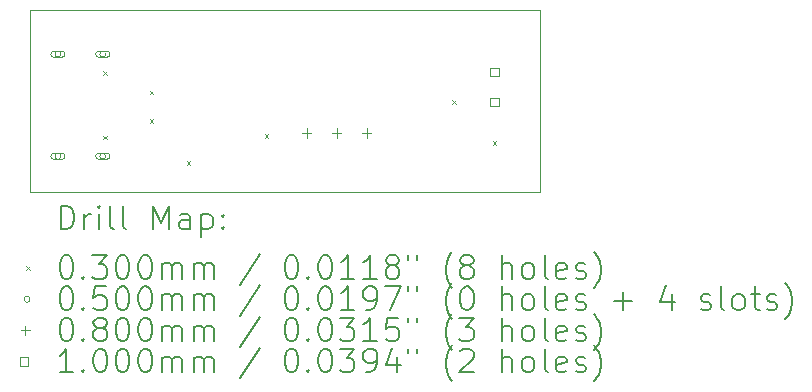
<source format=gbr>
%TF.GenerationSoftware,KiCad,Pcbnew,8.0.8*%
%TF.CreationDate,2025-02-14T22:47:40+08:00*%
%TF.ProjectId,5V24VBoostUp(USBC),35563234-5642-46f6-9f73-745570285553,rev?*%
%TF.SameCoordinates,Original*%
%TF.FileFunction,Drillmap*%
%TF.FilePolarity,Positive*%
%FSLAX45Y45*%
G04 Gerber Fmt 4.5, Leading zero omitted, Abs format (unit mm)*
G04 Created by KiCad (PCBNEW 8.0.8) date 2025-02-14 22:47:40*
%MOMM*%
%LPD*%
G01*
G04 APERTURE LIST*
%ADD10C,0.050000*%
%ADD11C,0.200000*%
%ADD12C,0.100000*%
G04 APERTURE END LIST*
D10*
X13187680Y-7574280D02*
X17503140Y-7574280D01*
X17503140Y-9121140D01*
X13187680Y-9121140D01*
X13187680Y-7574280D01*
D11*
D12*
X13804160Y-8094540D02*
X13834160Y-8124540D01*
X13834160Y-8094540D02*
X13804160Y-8124540D01*
X13804160Y-8644540D02*
X13834160Y-8674540D01*
X13834160Y-8644540D02*
X13804160Y-8674540D01*
X14198840Y-8260320D02*
X14228840Y-8290320D01*
X14228840Y-8260320D02*
X14198840Y-8290320D01*
X14198840Y-8501620D02*
X14228840Y-8531620D01*
X14228840Y-8501620D02*
X14198840Y-8531620D01*
X14510030Y-8859760D02*
X14540030Y-8889760D01*
X14540030Y-8859760D02*
X14510030Y-8889760D01*
X15171660Y-8631160D02*
X15201660Y-8661160D01*
X15201660Y-8631160D02*
X15171660Y-8661160D01*
X16759160Y-8341600D02*
X16789160Y-8371600D01*
X16789160Y-8341600D02*
X16759160Y-8371600D01*
X17104660Y-8689580D02*
X17134660Y-8719580D01*
X17134660Y-8689580D02*
X17104660Y-8719580D01*
X13446160Y-7952540D02*
G75*
G02*
X13396160Y-7952540I-25000J0D01*
G01*
X13396160Y-7952540D02*
G75*
G02*
X13446160Y-7952540I25000J0D01*
G01*
X13456160Y-7927540D02*
X13386160Y-7927540D01*
X13386160Y-7977540D02*
G75*
G02*
X13386160Y-7927540I0J25000D01*
G01*
X13386160Y-7977540D02*
X13456160Y-7977540D01*
X13456160Y-7977540D02*
G75*
G03*
X13456160Y-7927540I0J25000D01*
G01*
X13446160Y-8816540D02*
G75*
G02*
X13396160Y-8816540I-25000J0D01*
G01*
X13396160Y-8816540D02*
G75*
G02*
X13446160Y-8816540I25000J0D01*
G01*
X13456160Y-8791540D02*
X13386160Y-8791540D01*
X13386160Y-8841540D02*
G75*
G02*
X13386160Y-8791540I0J25000D01*
G01*
X13386160Y-8841540D02*
X13456160Y-8841540D01*
X13456160Y-8841540D02*
G75*
G03*
X13456160Y-8791540I0J25000D01*
G01*
X13826160Y-7952540D02*
G75*
G02*
X13776160Y-7952540I-25000J0D01*
G01*
X13776160Y-7952540D02*
G75*
G02*
X13826160Y-7952540I25000J0D01*
G01*
X13836160Y-7927540D02*
X13766160Y-7927540D01*
X13766160Y-7977540D02*
G75*
G02*
X13766160Y-7927540I0J25000D01*
G01*
X13766160Y-7977540D02*
X13836160Y-7977540D01*
X13836160Y-7977540D02*
G75*
G03*
X13836160Y-7927540I0J25000D01*
G01*
X13826160Y-8816540D02*
G75*
G02*
X13776160Y-8816540I-25000J0D01*
G01*
X13776160Y-8816540D02*
G75*
G02*
X13826160Y-8816540I25000J0D01*
G01*
X13836160Y-8791540D02*
X13766160Y-8791540D01*
X13766160Y-8841540D02*
G75*
G02*
X13766160Y-8791540I0J25000D01*
G01*
X13766160Y-8841540D02*
X13836160Y-8841540D01*
X13836160Y-8841540D02*
G75*
G03*
X13836160Y-8791540I0J25000D01*
G01*
X15527020Y-8580760D02*
X15527020Y-8660760D01*
X15487020Y-8620760D02*
X15567020Y-8620760D01*
X15781020Y-8580760D02*
X15781020Y-8660760D01*
X15741020Y-8620760D02*
X15821020Y-8620760D01*
X16035020Y-8580760D02*
X16035020Y-8660760D01*
X15995020Y-8620760D02*
X16075020Y-8620760D01*
X17152416Y-8137956D02*
X17152416Y-8067244D01*
X17081704Y-8067244D01*
X17081704Y-8137956D01*
X17152416Y-8137956D01*
X17152416Y-8391956D02*
X17152416Y-8321244D01*
X17081704Y-8321244D01*
X17081704Y-8391956D01*
X17152416Y-8391956D01*
D11*
X13445957Y-9435124D02*
X13445957Y-9235124D01*
X13445957Y-9235124D02*
X13493576Y-9235124D01*
X13493576Y-9235124D02*
X13522147Y-9244648D01*
X13522147Y-9244648D02*
X13541195Y-9263695D01*
X13541195Y-9263695D02*
X13550719Y-9282743D01*
X13550719Y-9282743D02*
X13560242Y-9320838D01*
X13560242Y-9320838D02*
X13560242Y-9349410D01*
X13560242Y-9349410D02*
X13550719Y-9387505D01*
X13550719Y-9387505D02*
X13541195Y-9406552D01*
X13541195Y-9406552D02*
X13522147Y-9425600D01*
X13522147Y-9425600D02*
X13493576Y-9435124D01*
X13493576Y-9435124D02*
X13445957Y-9435124D01*
X13645957Y-9435124D02*
X13645957Y-9301790D01*
X13645957Y-9339886D02*
X13655481Y-9320838D01*
X13655481Y-9320838D02*
X13665004Y-9311314D01*
X13665004Y-9311314D02*
X13684052Y-9301790D01*
X13684052Y-9301790D02*
X13703100Y-9301790D01*
X13769766Y-9435124D02*
X13769766Y-9301790D01*
X13769766Y-9235124D02*
X13760242Y-9244648D01*
X13760242Y-9244648D02*
X13769766Y-9254171D01*
X13769766Y-9254171D02*
X13779290Y-9244648D01*
X13779290Y-9244648D02*
X13769766Y-9235124D01*
X13769766Y-9235124D02*
X13769766Y-9254171D01*
X13893576Y-9435124D02*
X13874528Y-9425600D01*
X13874528Y-9425600D02*
X13865004Y-9406552D01*
X13865004Y-9406552D02*
X13865004Y-9235124D01*
X13998338Y-9435124D02*
X13979290Y-9425600D01*
X13979290Y-9425600D02*
X13969766Y-9406552D01*
X13969766Y-9406552D02*
X13969766Y-9235124D01*
X14226909Y-9435124D02*
X14226909Y-9235124D01*
X14226909Y-9235124D02*
X14293576Y-9377981D01*
X14293576Y-9377981D02*
X14360242Y-9235124D01*
X14360242Y-9235124D02*
X14360242Y-9435124D01*
X14541195Y-9435124D02*
X14541195Y-9330362D01*
X14541195Y-9330362D02*
X14531671Y-9311314D01*
X14531671Y-9311314D02*
X14512623Y-9301790D01*
X14512623Y-9301790D02*
X14474528Y-9301790D01*
X14474528Y-9301790D02*
X14455481Y-9311314D01*
X14541195Y-9425600D02*
X14522147Y-9435124D01*
X14522147Y-9435124D02*
X14474528Y-9435124D01*
X14474528Y-9435124D02*
X14455481Y-9425600D01*
X14455481Y-9425600D02*
X14445957Y-9406552D01*
X14445957Y-9406552D02*
X14445957Y-9387505D01*
X14445957Y-9387505D02*
X14455481Y-9368457D01*
X14455481Y-9368457D02*
X14474528Y-9358933D01*
X14474528Y-9358933D02*
X14522147Y-9358933D01*
X14522147Y-9358933D02*
X14541195Y-9349410D01*
X14636433Y-9301790D02*
X14636433Y-9501790D01*
X14636433Y-9311314D02*
X14655481Y-9301790D01*
X14655481Y-9301790D02*
X14693576Y-9301790D01*
X14693576Y-9301790D02*
X14712623Y-9311314D01*
X14712623Y-9311314D02*
X14722147Y-9320838D01*
X14722147Y-9320838D02*
X14731671Y-9339886D01*
X14731671Y-9339886D02*
X14731671Y-9397029D01*
X14731671Y-9397029D02*
X14722147Y-9416076D01*
X14722147Y-9416076D02*
X14712623Y-9425600D01*
X14712623Y-9425600D02*
X14693576Y-9435124D01*
X14693576Y-9435124D02*
X14655481Y-9435124D01*
X14655481Y-9435124D02*
X14636433Y-9425600D01*
X14817385Y-9416076D02*
X14826909Y-9425600D01*
X14826909Y-9425600D02*
X14817385Y-9435124D01*
X14817385Y-9435124D02*
X14807862Y-9425600D01*
X14807862Y-9425600D02*
X14817385Y-9416076D01*
X14817385Y-9416076D02*
X14817385Y-9435124D01*
X14817385Y-9311314D02*
X14826909Y-9320838D01*
X14826909Y-9320838D02*
X14817385Y-9330362D01*
X14817385Y-9330362D02*
X14807862Y-9320838D01*
X14807862Y-9320838D02*
X14817385Y-9311314D01*
X14817385Y-9311314D02*
X14817385Y-9330362D01*
D12*
X13155180Y-9748640D02*
X13185180Y-9778640D01*
X13185180Y-9748640D02*
X13155180Y-9778640D01*
D11*
X13484052Y-9655124D02*
X13503100Y-9655124D01*
X13503100Y-9655124D02*
X13522147Y-9664648D01*
X13522147Y-9664648D02*
X13531671Y-9674171D01*
X13531671Y-9674171D02*
X13541195Y-9693219D01*
X13541195Y-9693219D02*
X13550719Y-9731314D01*
X13550719Y-9731314D02*
X13550719Y-9778933D01*
X13550719Y-9778933D02*
X13541195Y-9817029D01*
X13541195Y-9817029D02*
X13531671Y-9836076D01*
X13531671Y-9836076D02*
X13522147Y-9845600D01*
X13522147Y-9845600D02*
X13503100Y-9855124D01*
X13503100Y-9855124D02*
X13484052Y-9855124D01*
X13484052Y-9855124D02*
X13465004Y-9845600D01*
X13465004Y-9845600D02*
X13455481Y-9836076D01*
X13455481Y-9836076D02*
X13445957Y-9817029D01*
X13445957Y-9817029D02*
X13436433Y-9778933D01*
X13436433Y-9778933D02*
X13436433Y-9731314D01*
X13436433Y-9731314D02*
X13445957Y-9693219D01*
X13445957Y-9693219D02*
X13455481Y-9674171D01*
X13455481Y-9674171D02*
X13465004Y-9664648D01*
X13465004Y-9664648D02*
X13484052Y-9655124D01*
X13636433Y-9836076D02*
X13645957Y-9845600D01*
X13645957Y-9845600D02*
X13636433Y-9855124D01*
X13636433Y-9855124D02*
X13626909Y-9845600D01*
X13626909Y-9845600D02*
X13636433Y-9836076D01*
X13636433Y-9836076D02*
X13636433Y-9855124D01*
X13712623Y-9655124D02*
X13836433Y-9655124D01*
X13836433Y-9655124D02*
X13769766Y-9731314D01*
X13769766Y-9731314D02*
X13798338Y-9731314D01*
X13798338Y-9731314D02*
X13817385Y-9740838D01*
X13817385Y-9740838D02*
X13826909Y-9750362D01*
X13826909Y-9750362D02*
X13836433Y-9769410D01*
X13836433Y-9769410D02*
X13836433Y-9817029D01*
X13836433Y-9817029D02*
X13826909Y-9836076D01*
X13826909Y-9836076D02*
X13817385Y-9845600D01*
X13817385Y-9845600D02*
X13798338Y-9855124D01*
X13798338Y-9855124D02*
X13741195Y-9855124D01*
X13741195Y-9855124D02*
X13722147Y-9845600D01*
X13722147Y-9845600D02*
X13712623Y-9836076D01*
X13960242Y-9655124D02*
X13979290Y-9655124D01*
X13979290Y-9655124D02*
X13998338Y-9664648D01*
X13998338Y-9664648D02*
X14007862Y-9674171D01*
X14007862Y-9674171D02*
X14017385Y-9693219D01*
X14017385Y-9693219D02*
X14026909Y-9731314D01*
X14026909Y-9731314D02*
X14026909Y-9778933D01*
X14026909Y-9778933D02*
X14017385Y-9817029D01*
X14017385Y-9817029D02*
X14007862Y-9836076D01*
X14007862Y-9836076D02*
X13998338Y-9845600D01*
X13998338Y-9845600D02*
X13979290Y-9855124D01*
X13979290Y-9855124D02*
X13960242Y-9855124D01*
X13960242Y-9855124D02*
X13941195Y-9845600D01*
X13941195Y-9845600D02*
X13931671Y-9836076D01*
X13931671Y-9836076D02*
X13922147Y-9817029D01*
X13922147Y-9817029D02*
X13912623Y-9778933D01*
X13912623Y-9778933D02*
X13912623Y-9731314D01*
X13912623Y-9731314D02*
X13922147Y-9693219D01*
X13922147Y-9693219D02*
X13931671Y-9674171D01*
X13931671Y-9674171D02*
X13941195Y-9664648D01*
X13941195Y-9664648D02*
X13960242Y-9655124D01*
X14150719Y-9655124D02*
X14169766Y-9655124D01*
X14169766Y-9655124D02*
X14188814Y-9664648D01*
X14188814Y-9664648D02*
X14198338Y-9674171D01*
X14198338Y-9674171D02*
X14207862Y-9693219D01*
X14207862Y-9693219D02*
X14217385Y-9731314D01*
X14217385Y-9731314D02*
X14217385Y-9778933D01*
X14217385Y-9778933D02*
X14207862Y-9817029D01*
X14207862Y-9817029D02*
X14198338Y-9836076D01*
X14198338Y-9836076D02*
X14188814Y-9845600D01*
X14188814Y-9845600D02*
X14169766Y-9855124D01*
X14169766Y-9855124D02*
X14150719Y-9855124D01*
X14150719Y-9855124D02*
X14131671Y-9845600D01*
X14131671Y-9845600D02*
X14122147Y-9836076D01*
X14122147Y-9836076D02*
X14112623Y-9817029D01*
X14112623Y-9817029D02*
X14103100Y-9778933D01*
X14103100Y-9778933D02*
X14103100Y-9731314D01*
X14103100Y-9731314D02*
X14112623Y-9693219D01*
X14112623Y-9693219D02*
X14122147Y-9674171D01*
X14122147Y-9674171D02*
X14131671Y-9664648D01*
X14131671Y-9664648D02*
X14150719Y-9655124D01*
X14303100Y-9855124D02*
X14303100Y-9721790D01*
X14303100Y-9740838D02*
X14312623Y-9731314D01*
X14312623Y-9731314D02*
X14331671Y-9721790D01*
X14331671Y-9721790D02*
X14360243Y-9721790D01*
X14360243Y-9721790D02*
X14379290Y-9731314D01*
X14379290Y-9731314D02*
X14388814Y-9750362D01*
X14388814Y-9750362D02*
X14388814Y-9855124D01*
X14388814Y-9750362D02*
X14398338Y-9731314D01*
X14398338Y-9731314D02*
X14417385Y-9721790D01*
X14417385Y-9721790D02*
X14445957Y-9721790D01*
X14445957Y-9721790D02*
X14465004Y-9731314D01*
X14465004Y-9731314D02*
X14474528Y-9750362D01*
X14474528Y-9750362D02*
X14474528Y-9855124D01*
X14569766Y-9855124D02*
X14569766Y-9721790D01*
X14569766Y-9740838D02*
X14579290Y-9731314D01*
X14579290Y-9731314D02*
X14598338Y-9721790D01*
X14598338Y-9721790D02*
X14626909Y-9721790D01*
X14626909Y-9721790D02*
X14645957Y-9731314D01*
X14645957Y-9731314D02*
X14655481Y-9750362D01*
X14655481Y-9750362D02*
X14655481Y-9855124D01*
X14655481Y-9750362D02*
X14665004Y-9731314D01*
X14665004Y-9731314D02*
X14684052Y-9721790D01*
X14684052Y-9721790D02*
X14712623Y-9721790D01*
X14712623Y-9721790D02*
X14731671Y-9731314D01*
X14731671Y-9731314D02*
X14741195Y-9750362D01*
X14741195Y-9750362D02*
X14741195Y-9855124D01*
X15131671Y-9645600D02*
X14960243Y-9902743D01*
X15388814Y-9655124D02*
X15407862Y-9655124D01*
X15407862Y-9655124D02*
X15426909Y-9664648D01*
X15426909Y-9664648D02*
X15436433Y-9674171D01*
X15436433Y-9674171D02*
X15445957Y-9693219D01*
X15445957Y-9693219D02*
X15455481Y-9731314D01*
X15455481Y-9731314D02*
X15455481Y-9778933D01*
X15455481Y-9778933D02*
X15445957Y-9817029D01*
X15445957Y-9817029D02*
X15436433Y-9836076D01*
X15436433Y-9836076D02*
X15426909Y-9845600D01*
X15426909Y-9845600D02*
X15407862Y-9855124D01*
X15407862Y-9855124D02*
X15388814Y-9855124D01*
X15388814Y-9855124D02*
X15369766Y-9845600D01*
X15369766Y-9845600D02*
X15360243Y-9836076D01*
X15360243Y-9836076D02*
X15350719Y-9817029D01*
X15350719Y-9817029D02*
X15341195Y-9778933D01*
X15341195Y-9778933D02*
X15341195Y-9731314D01*
X15341195Y-9731314D02*
X15350719Y-9693219D01*
X15350719Y-9693219D02*
X15360243Y-9674171D01*
X15360243Y-9674171D02*
X15369766Y-9664648D01*
X15369766Y-9664648D02*
X15388814Y-9655124D01*
X15541195Y-9836076D02*
X15550719Y-9845600D01*
X15550719Y-9845600D02*
X15541195Y-9855124D01*
X15541195Y-9855124D02*
X15531671Y-9845600D01*
X15531671Y-9845600D02*
X15541195Y-9836076D01*
X15541195Y-9836076D02*
X15541195Y-9855124D01*
X15674528Y-9655124D02*
X15693576Y-9655124D01*
X15693576Y-9655124D02*
X15712624Y-9664648D01*
X15712624Y-9664648D02*
X15722147Y-9674171D01*
X15722147Y-9674171D02*
X15731671Y-9693219D01*
X15731671Y-9693219D02*
X15741195Y-9731314D01*
X15741195Y-9731314D02*
X15741195Y-9778933D01*
X15741195Y-9778933D02*
X15731671Y-9817029D01*
X15731671Y-9817029D02*
X15722147Y-9836076D01*
X15722147Y-9836076D02*
X15712624Y-9845600D01*
X15712624Y-9845600D02*
X15693576Y-9855124D01*
X15693576Y-9855124D02*
X15674528Y-9855124D01*
X15674528Y-9855124D02*
X15655481Y-9845600D01*
X15655481Y-9845600D02*
X15645957Y-9836076D01*
X15645957Y-9836076D02*
X15636433Y-9817029D01*
X15636433Y-9817029D02*
X15626909Y-9778933D01*
X15626909Y-9778933D02*
X15626909Y-9731314D01*
X15626909Y-9731314D02*
X15636433Y-9693219D01*
X15636433Y-9693219D02*
X15645957Y-9674171D01*
X15645957Y-9674171D02*
X15655481Y-9664648D01*
X15655481Y-9664648D02*
X15674528Y-9655124D01*
X15931671Y-9855124D02*
X15817386Y-9855124D01*
X15874528Y-9855124D02*
X15874528Y-9655124D01*
X15874528Y-9655124D02*
X15855481Y-9683695D01*
X15855481Y-9683695D02*
X15836433Y-9702743D01*
X15836433Y-9702743D02*
X15817386Y-9712267D01*
X16122147Y-9855124D02*
X16007862Y-9855124D01*
X16065005Y-9855124D02*
X16065005Y-9655124D01*
X16065005Y-9655124D02*
X16045957Y-9683695D01*
X16045957Y-9683695D02*
X16026909Y-9702743D01*
X16026909Y-9702743D02*
X16007862Y-9712267D01*
X16236433Y-9740838D02*
X16217386Y-9731314D01*
X16217386Y-9731314D02*
X16207862Y-9721790D01*
X16207862Y-9721790D02*
X16198338Y-9702743D01*
X16198338Y-9702743D02*
X16198338Y-9693219D01*
X16198338Y-9693219D02*
X16207862Y-9674171D01*
X16207862Y-9674171D02*
X16217386Y-9664648D01*
X16217386Y-9664648D02*
X16236433Y-9655124D01*
X16236433Y-9655124D02*
X16274528Y-9655124D01*
X16274528Y-9655124D02*
X16293576Y-9664648D01*
X16293576Y-9664648D02*
X16303100Y-9674171D01*
X16303100Y-9674171D02*
X16312624Y-9693219D01*
X16312624Y-9693219D02*
X16312624Y-9702743D01*
X16312624Y-9702743D02*
X16303100Y-9721790D01*
X16303100Y-9721790D02*
X16293576Y-9731314D01*
X16293576Y-9731314D02*
X16274528Y-9740838D01*
X16274528Y-9740838D02*
X16236433Y-9740838D01*
X16236433Y-9740838D02*
X16217386Y-9750362D01*
X16217386Y-9750362D02*
X16207862Y-9759886D01*
X16207862Y-9759886D02*
X16198338Y-9778933D01*
X16198338Y-9778933D02*
X16198338Y-9817029D01*
X16198338Y-9817029D02*
X16207862Y-9836076D01*
X16207862Y-9836076D02*
X16217386Y-9845600D01*
X16217386Y-9845600D02*
X16236433Y-9855124D01*
X16236433Y-9855124D02*
X16274528Y-9855124D01*
X16274528Y-9855124D02*
X16293576Y-9845600D01*
X16293576Y-9845600D02*
X16303100Y-9836076D01*
X16303100Y-9836076D02*
X16312624Y-9817029D01*
X16312624Y-9817029D02*
X16312624Y-9778933D01*
X16312624Y-9778933D02*
X16303100Y-9759886D01*
X16303100Y-9759886D02*
X16293576Y-9750362D01*
X16293576Y-9750362D02*
X16274528Y-9740838D01*
X16388814Y-9655124D02*
X16388814Y-9693219D01*
X16465005Y-9655124D02*
X16465005Y-9693219D01*
X16760243Y-9931314D02*
X16750719Y-9921790D01*
X16750719Y-9921790D02*
X16731671Y-9893219D01*
X16731671Y-9893219D02*
X16722148Y-9874171D01*
X16722148Y-9874171D02*
X16712624Y-9845600D01*
X16712624Y-9845600D02*
X16703100Y-9797981D01*
X16703100Y-9797981D02*
X16703100Y-9759886D01*
X16703100Y-9759886D02*
X16712624Y-9712267D01*
X16712624Y-9712267D02*
X16722148Y-9683695D01*
X16722148Y-9683695D02*
X16731671Y-9664648D01*
X16731671Y-9664648D02*
X16750719Y-9636076D01*
X16750719Y-9636076D02*
X16760243Y-9626552D01*
X16865005Y-9740838D02*
X16845957Y-9731314D01*
X16845957Y-9731314D02*
X16836433Y-9721790D01*
X16836433Y-9721790D02*
X16826910Y-9702743D01*
X16826910Y-9702743D02*
X16826910Y-9693219D01*
X16826910Y-9693219D02*
X16836433Y-9674171D01*
X16836433Y-9674171D02*
X16845957Y-9664648D01*
X16845957Y-9664648D02*
X16865005Y-9655124D01*
X16865005Y-9655124D02*
X16903100Y-9655124D01*
X16903100Y-9655124D02*
X16922148Y-9664648D01*
X16922148Y-9664648D02*
X16931671Y-9674171D01*
X16931671Y-9674171D02*
X16941195Y-9693219D01*
X16941195Y-9693219D02*
X16941195Y-9702743D01*
X16941195Y-9702743D02*
X16931671Y-9721790D01*
X16931671Y-9721790D02*
X16922148Y-9731314D01*
X16922148Y-9731314D02*
X16903100Y-9740838D01*
X16903100Y-9740838D02*
X16865005Y-9740838D01*
X16865005Y-9740838D02*
X16845957Y-9750362D01*
X16845957Y-9750362D02*
X16836433Y-9759886D01*
X16836433Y-9759886D02*
X16826910Y-9778933D01*
X16826910Y-9778933D02*
X16826910Y-9817029D01*
X16826910Y-9817029D02*
X16836433Y-9836076D01*
X16836433Y-9836076D02*
X16845957Y-9845600D01*
X16845957Y-9845600D02*
X16865005Y-9855124D01*
X16865005Y-9855124D02*
X16903100Y-9855124D01*
X16903100Y-9855124D02*
X16922148Y-9845600D01*
X16922148Y-9845600D02*
X16931671Y-9836076D01*
X16931671Y-9836076D02*
X16941195Y-9817029D01*
X16941195Y-9817029D02*
X16941195Y-9778933D01*
X16941195Y-9778933D02*
X16931671Y-9759886D01*
X16931671Y-9759886D02*
X16922148Y-9750362D01*
X16922148Y-9750362D02*
X16903100Y-9740838D01*
X17179291Y-9855124D02*
X17179291Y-9655124D01*
X17265005Y-9855124D02*
X17265005Y-9750362D01*
X17265005Y-9750362D02*
X17255481Y-9731314D01*
X17255481Y-9731314D02*
X17236433Y-9721790D01*
X17236433Y-9721790D02*
X17207862Y-9721790D01*
X17207862Y-9721790D02*
X17188814Y-9731314D01*
X17188814Y-9731314D02*
X17179291Y-9740838D01*
X17388814Y-9855124D02*
X17369767Y-9845600D01*
X17369767Y-9845600D02*
X17360243Y-9836076D01*
X17360243Y-9836076D02*
X17350719Y-9817029D01*
X17350719Y-9817029D02*
X17350719Y-9759886D01*
X17350719Y-9759886D02*
X17360243Y-9740838D01*
X17360243Y-9740838D02*
X17369767Y-9731314D01*
X17369767Y-9731314D02*
X17388814Y-9721790D01*
X17388814Y-9721790D02*
X17417386Y-9721790D01*
X17417386Y-9721790D02*
X17436433Y-9731314D01*
X17436433Y-9731314D02*
X17445957Y-9740838D01*
X17445957Y-9740838D02*
X17455481Y-9759886D01*
X17455481Y-9759886D02*
X17455481Y-9817029D01*
X17455481Y-9817029D02*
X17445957Y-9836076D01*
X17445957Y-9836076D02*
X17436433Y-9845600D01*
X17436433Y-9845600D02*
X17417386Y-9855124D01*
X17417386Y-9855124D02*
X17388814Y-9855124D01*
X17569767Y-9855124D02*
X17550719Y-9845600D01*
X17550719Y-9845600D02*
X17541195Y-9826552D01*
X17541195Y-9826552D02*
X17541195Y-9655124D01*
X17722148Y-9845600D02*
X17703100Y-9855124D01*
X17703100Y-9855124D02*
X17665005Y-9855124D01*
X17665005Y-9855124D02*
X17645957Y-9845600D01*
X17645957Y-9845600D02*
X17636433Y-9826552D01*
X17636433Y-9826552D02*
X17636433Y-9750362D01*
X17636433Y-9750362D02*
X17645957Y-9731314D01*
X17645957Y-9731314D02*
X17665005Y-9721790D01*
X17665005Y-9721790D02*
X17703100Y-9721790D01*
X17703100Y-9721790D02*
X17722148Y-9731314D01*
X17722148Y-9731314D02*
X17731672Y-9750362D01*
X17731672Y-9750362D02*
X17731672Y-9769410D01*
X17731672Y-9769410D02*
X17636433Y-9788457D01*
X17807862Y-9845600D02*
X17826910Y-9855124D01*
X17826910Y-9855124D02*
X17865005Y-9855124D01*
X17865005Y-9855124D02*
X17884053Y-9845600D01*
X17884053Y-9845600D02*
X17893576Y-9826552D01*
X17893576Y-9826552D02*
X17893576Y-9817029D01*
X17893576Y-9817029D02*
X17884053Y-9797981D01*
X17884053Y-9797981D02*
X17865005Y-9788457D01*
X17865005Y-9788457D02*
X17836433Y-9788457D01*
X17836433Y-9788457D02*
X17817386Y-9778933D01*
X17817386Y-9778933D02*
X17807862Y-9759886D01*
X17807862Y-9759886D02*
X17807862Y-9750362D01*
X17807862Y-9750362D02*
X17817386Y-9731314D01*
X17817386Y-9731314D02*
X17836433Y-9721790D01*
X17836433Y-9721790D02*
X17865005Y-9721790D01*
X17865005Y-9721790D02*
X17884053Y-9731314D01*
X17960243Y-9931314D02*
X17969767Y-9921790D01*
X17969767Y-9921790D02*
X17988814Y-9893219D01*
X17988814Y-9893219D02*
X17998338Y-9874171D01*
X17998338Y-9874171D02*
X18007862Y-9845600D01*
X18007862Y-9845600D02*
X18017386Y-9797981D01*
X18017386Y-9797981D02*
X18017386Y-9759886D01*
X18017386Y-9759886D02*
X18007862Y-9712267D01*
X18007862Y-9712267D02*
X17998338Y-9683695D01*
X17998338Y-9683695D02*
X17988814Y-9664648D01*
X17988814Y-9664648D02*
X17969767Y-9636076D01*
X17969767Y-9636076D02*
X17960243Y-9626552D01*
D12*
X13185180Y-10027640D02*
G75*
G02*
X13135180Y-10027640I-25000J0D01*
G01*
X13135180Y-10027640D02*
G75*
G02*
X13185180Y-10027640I25000J0D01*
G01*
D11*
X13484052Y-9919124D02*
X13503100Y-9919124D01*
X13503100Y-9919124D02*
X13522147Y-9928648D01*
X13522147Y-9928648D02*
X13531671Y-9938171D01*
X13531671Y-9938171D02*
X13541195Y-9957219D01*
X13541195Y-9957219D02*
X13550719Y-9995314D01*
X13550719Y-9995314D02*
X13550719Y-10042933D01*
X13550719Y-10042933D02*
X13541195Y-10081029D01*
X13541195Y-10081029D02*
X13531671Y-10100076D01*
X13531671Y-10100076D02*
X13522147Y-10109600D01*
X13522147Y-10109600D02*
X13503100Y-10119124D01*
X13503100Y-10119124D02*
X13484052Y-10119124D01*
X13484052Y-10119124D02*
X13465004Y-10109600D01*
X13465004Y-10109600D02*
X13455481Y-10100076D01*
X13455481Y-10100076D02*
X13445957Y-10081029D01*
X13445957Y-10081029D02*
X13436433Y-10042933D01*
X13436433Y-10042933D02*
X13436433Y-9995314D01*
X13436433Y-9995314D02*
X13445957Y-9957219D01*
X13445957Y-9957219D02*
X13455481Y-9938171D01*
X13455481Y-9938171D02*
X13465004Y-9928648D01*
X13465004Y-9928648D02*
X13484052Y-9919124D01*
X13636433Y-10100076D02*
X13645957Y-10109600D01*
X13645957Y-10109600D02*
X13636433Y-10119124D01*
X13636433Y-10119124D02*
X13626909Y-10109600D01*
X13626909Y-10109600D02*
X13636433Y-10100076D01*
X13636433Y-10100076D02*
X13636433Y-10119124D01*
X13826909Y-9919124D02*
X13731671Y-9919124D01*
X13731671Y-9919124D02*
X13722147Y-10014362D01*
X13722147Y-10014362D02*
X13731671Y-10004838D01*
X13731671Y-10004838D02*
X13750719Y-9995314D01*
X13750719Y-9995314D02*
X13798338Y-9995314D01*
X13798338Y-9995314D02*
X13817385Y-10004838D01*
X13817385Y-10004838D02*
X13826909Y-10014362D01*
X13826909Y-10014362D02*
X13836433Y-10033410D01*
X13836433Y-10033410D02*
X13836433Y-10081029D01*
X13836433Y-10081029D02*
X13826909Y-10100076D01*
X13826909Y-10100076D02*
X13817385Y-10109600D01*
X13817385Y-10109600D02*
X13798338Y-10119124D01*
X13798338Y-10119124D02*
X13750719Y-10119124D01*
X13750719Y-10119124D02*
X13731671Y-10109600D01*
X13731671Y-10109600D02*
X13722147Y-10100076D01*
X13960242Y-9919124D02*
X13979290Y-9919124D01*
X13979290Y-9919124D02*
X13998338Y-9928648D01*
X13998338Y-9928648D02*
X14007862Y-9938171D01*
X14007862Y-9938171D02*
X14017385Y-9957219D01*
X14017385Y-9957219D02*
X14026909Y-9995314D01*
X14026909Y-9995314D02*
X14026909Y-10042933D01*
X14026909Y-10042933D02*
X14017385Y-10081029D01*
X14017385Y-10081029D02*
X14007862Y-10100076D01*
X14007862Y-10100076D02*
X13998338Y-10109600D01*
X13998338Y-10109600D02*
X13979290Y-10119124D01*
X13979290Y-10119124D02*
X13960242Y-10119124D01*
X13960242Y-10119124D02*
X13941195Y-10109600D01*
X13941195Y-10109600D02*
X13931671Y-10100076D01*
X13931671Y-10100076D02*
X13922147Y-10081029D01*
X13922147Y-10081029D02*
X13912623Y-10042933D01*
X13912623Y-10042933D02*
X13912623Y-9995314D01*
X13912623Y-9995314D02*
X13922147Y-9957219D01*
X13922147Y-9957219D02*
X13931671Y-9938171D01*
X13931671Y-9938171D02*
X13941195Y-9928648D01*
X13941195Y-9928648D02*
X13960242Y-9919124D01*
X14150719Y-9919124D02*
X14169766Y-9919124D01*
X14169766Y-9919124D02*
X14188814Y-9928648D01*
X14188814Y-9928648D02*
X14198338Y-9938171D01*
X14198338Y-9938171D02*
X14207862Y-9957219D01*
X14207862Y-9957219D02*
X14217385Y-9995314D01*
X14217385Y-9995314D02*
X14217385Y-10042933D01*
X14217385Y-10042933D02*
X14207862Y-10081029D01*
X14207862Y-10081029D02*
X14198338Y-10100076D01*
X14198338Y-10100076D02*
X14188814Y-10109600D01*
X14188814Y-10109600D02*
X14169766Y-10119124D01*
X14169766Y-10119124D02*
X14150719Y-10119124D01*
X14150719Y-10119124D02*
X14131671Y-10109600D01*
X14131671Y-10109600D02*
X14122147Y-10100076D01*
X14122147Y-10100076D02*
X14112623Y-10081029D01*
X14112623Y-10081029D02*
X14103100Y-10042933D01*
X14103100Y-10042933D02*
X14103100Y-9995314D01*
X14103100Y-9995314D02*
X14112623Y-9957219D01*
X14112623Y-9957219D02*
X14122147Y-9938171D01*
X14122147Y-9938171D02*
X14131671Y-9928648D01*
X14131671Y-9928648D02*
X14150719Y-9919124D01*
X14303100Y-10119124D02*
X14303100Y-9985790D01*
X14303100Y-10004838D02*
X14312623Y-9995314D01*
X14312623Y-9995314D02*
X14331671Y-9985790D01*
X14331671Y-9985790D02*
X14360243Y-9985790D01*
X14360243Y-9985790D02*
X14379290Y-9995314D01*
X14379290Y-9995314D02*
X14388814Y-10014362D01*
X14388814Y-10014362D02*
X14388814Y-10119124D01*
X14388814Y-10014362D02*
X14398338Y-9995314D01*
X14398338Y-9995314D02*
X14417385Y-9985790D01*
X14417385Y-9985790D02*
X14445957Y-9985790D01*
X14445957Y-9985790D02*
X14465004Y-9995314D01*
X14465004Y-9995314D02*
X14474528Y-10014362D01*
X14474528Y-10014362D02*
X14474528Y-10119124D01*
X14569766Y-10119124D02*
X14569766Y-9985790D01*
X14569766Y-10004838D02*
X14579290Y-9995314D01*
X14579290Y-9995314D02*
X14598338Y-9985790D01*
X14598338Y-9985790D02*
X14626909Y-9985790D01*
X14626909Y-9985790D02*
X14645957Y-9995314D01*
X14645957Y-9995314D02*
X14655481Y-10014362D01*
X14655481Y-10014362D02*
X14655481Y-10119124D01*
X14655481Y-10014362D02*
X14665004Y-9995314D01*
X14665004Y-9995314D02*
X14684052Y-9985790D01*
X14684052Y-9985790D02*
X14712623Y-9985790D01*
X14712623Y-9985790D02*
X14731671Y-9995314D01*
X14731671Y-9995314D02*
X14741195Y-10014362D01*
X14741195Y-10014362D02*
X14741195Y-10119124D01*
X15131671Y-9909600D02*
X14960243Y-10166743D01*
X15388814Y-9919124D02*
X15407862Y-9919124D01*
X15407862Y-9919124D02*
X15426909Y-9928648D01*
X15426909Y-9928648D02*
X15436433Y-9938171D01*
X15436433Y-9938171D02*
X15445957Y-9957219D01*
X15445957Y-9957219D02*
X15455481Y-9995314D01*
X15455481Y-9995314D02*
X15455481Y-10042933D01*
X15455481Y-10042933D02*
X15445957Y-10081029D01*
X15445957Y-10081029D02*
X15436433Y-10100076D01*
X15436433Y-10100076D02*
X15426909Y-10109600D01*
X15426909Y-10109600D02*
X15407862Y-10119124D01*
X15407862Y-10119124D02*
X15388814Y-10119124D01*
X15388814Y-10119124D02*
X15369766Y-10109600D01*
X15369766Y-10109600D02*
X15360243Y-10100076D01*
X15360243Y-10100076D02*
X15350719Y-10081029D01*
X15350719Y-10081029D02*
X15341195Y-10042933D01*
X15341195Y-10042933D02*
X15341195Y-9995314D01*
X15341195Y-9995314D02*
X15350719Y-9957219D01*
X15350719Y-9957219D02*
X15360243Y-9938171D01*
X15360243Y-9938171D02*
X15369766Y-9928648D01*
X15369766Y-9928648D02*
X15388814Y-9919124D01*
X15541195Y-10100076D02*
X15550719Y-10109600D01*
X15550719Y-10109600D02*
X15541195Y-10119124D01*
X15541195Y-10119124D02*
X15531671Y-10109600D01*
X15531671Y-10109600D02*
X15541195Y-10100076D01*
X15541195Y-10100076D02*
X15541195Y-10119124D01*
X15674528Y-9919124D02*
X15693576Y-9919124D01*
X15693576Y-9919124D02*
X15712624Y-9928648D01*
X15712624Y-9928648D02*
X15722147Y-9938171D01*
X15722147Y-9938171D02*
X15731671Y-9957219D01*
X15731671Y-9957219D02*
X15741195Y-9995314D01*
X15741195Y-9995314D02*
X15741195Y-10042933D01*
X15741195Y-10042933D02*
X15731671Y-10081029D01*
X15731671Y-10081029D02*
X15722147Y-10100076D01*
X15722147Y-10100076D02*
X15712624Y-10109600D01*
X15712624Y-10109600D02*
X15693576Y-10119124D01*
X15693576Y-10119124D02*
X15674528Y-10119124D01*
X15674528Y-10119124D02*
X15655481Y-10109600D01*
X15655481Y-10109600D02*
X15645957Y-10100076D01*
X15645957Y-10100076D02*
X15636433Y-10081029D01*
X15636433Y-10081029D02*
X15626909Y-10042933D01*
X15626909Y-10042933D02*
X15626909Y-9995314D01*
X15626909Y-9995314D02*
X15636433Y-9957219D01*
X15636433Y-9957219D02*
X15645957Y-9938171D01*
X15645957Y-9938171D02*
X15655481Y-9928648D01*
X15655481Y-9928648D02*
X15674528Y-9919124D01*
X15931671Y-10119124D02*
X15817386Y-10119124D01*
X15874528Y-10119124D02*
X15874528Y-9919124D01*
X15874528Y-9919124D02*
X15855481Y-9947695D01*
X15855481Y-9947695D02*
X15836433Y-9966743D01*
X15836433Y-9966743D02*
X15817386Y-9976267D01*
X16026909Y-10119124D02*
X16065005Y-10119124D01*
X16065005Y-10119124D02*
X16084052Y-10109600D01*
X16084052Y-10109600D02*
X16093576Y-10100076D01*
X16093576Y-10100076D02*
X16112624Y-10071505D01*
X16112624Y-10071505D02*
X16122147Y-10033410D01*
X16122147Y-10033410D02*
X16122147Y-9957219D01*
X16122147Y-9957219D02*
X16112624Y-9938171D01*
X16112624Y-9938171D02*
X16103100Y-9928648D01*
X16103100Y-9928648D02*
X16084052Y-9919124D01*
X16084052Y-9919124D02*
X16045957Y-9919124D01*
X16045957Y-9919124D02*
X16026909Y-9928648D01*
X16026909Y-9928648D02*
X16017386Y-9938171D01*
X16017386Y-9938171D02*
X16007862Y-9957219D01*
X16007862Y-9957219D02*
X16007862Y-10004838D01*
X16007862Y-10004838D02*
X16017386Y-10023886D01*
X16017386Y-10023886D02*
X16026909Y-10033410D01*
X16026909Y-10033410D02*
X16045957Y-10042933D01*
X16045957Y-10042933D02*
X16084052Y-10042933D01*
X16084052Y-10042933D02*
X16103100Y-10033410D01*
X16103100Y-10033410D02*
X16112624Y-10023886D01*
X16112624Y-10023886D02*
X16122147Y-10004838D01*
X16188814Y-9919124D02*
X16322147Y-9919124D01*
X16322147Y-9919124D02*
X16236433Y-10119124D01*
X16388814Y-9919124D02*
X16388814Y-9957219D01*
X16465005Y-9919124D02*
X16465005Y-9957219D01*
X16760243Y-10195314D02*
X16750719Y-10185790D01*
X16750719Y-10185790D02*
X16731671Y-10157219D01*
X16731671Y-10157219D02*
X16722148Y-10138171D01*
X16722148Y-10138171D02*
X16712624Y-10109600D01*
X16712624Y-10109600D02*
X16703100Y-10061981D01*
X16703100Y-10061981D02*
X16703100Y-10023886D01*
X16703100Y-10023886D02*
X16712624Y-9976267D01*
X16712624Y-9976267D02*
X16722148Y-9947695D01*
X16722148Y-9947695D02*
X16731671Y-9928648D01*
X16731671Y-9928648D02*
X16750719Y-9900076D01*
X16750719Y-9900076D02*
X16760243Y-9890552D01*
X16874529Y-9919124D02*
X16893576Y-9919124D01*
X16893576Y-9919124D02*
X16912624Y-9928648D01*
X16912624Y-9928648D02*
X16922148Y-9938171D01*
X16922148Y-9938171D02*
X16931671Y-9957219D01*
X16931671Y-9957219D02*
X16941195Y-9995314D01*
X16941195Y-9995314D02*
X16941195Y-10042933D01*
X16941195Y-10042933D02*
X16931671Y-10081029D01*
X16931671Y-10081029D02*
X16922148Y-10100076D01*
X16922148Y-10100076D02*
X16912624Y-10109600D01*
X16912624Y-10109600D02*
X16893576Y-10119124D01*
X16893576Y-10119124D02*
X16874529Y-10119124D01*
X16874529Y-10119124D02*
X16855481Y-10109600D01*
X16855481Y-10109600D02*
X16845957Y-10100076D01*
X16845957Y-10100076D02*
X16836433Y-10081029D01*
X16836433Y-10081029D02*
X16826910Y-10042933D01*
X16826910Y-10042933D02*
X16826910Y-9995314D01*
X16826910Y-9995314D02*
X16836433Y-9957219D01*
X16836433Y-9957219D02*
X16845957Y-9938171D01*
X16845957Y-9938171D02*
X16855481Y-9928648D01*
X16855481Y-9928648D02*
X16874529Y-9919124D01*
X17179291Y-10119124D02*
X17179291Y-9919124D01*
X17265005Y-10119124D02*
X17265005Y-10014362D01*
X17265005Y-10014362D02*
X17255481Y-9995314D01*
X17255481Y-9995314D02*
X17236433Y-9985790D01*
X17236433Y-9985790D02*
X17207862Y-9985790D01*
X17207862Y-9985790D02*
X17188814Y-9995314D01*
X17188814Y-9995314D02*
X17179291Y-10004838D01*
X17388814Y-10119124D02*
X17369767Y-10109600D01*
X17369767Y-10109600D02*
X17360243Y-10100076D01*
X17360243Y-10100076D02*
X17350719Y-10081029D01*
X17350719Y-10081029D02*
X17350719Y-10023886D01*
X17350719Y-10023886D02*
X17360243Y-10004838D01*
X17360243Y-10004838D02*
X17369767Y-9995314D01*
X17369767Y-9995314D02*
X17388814Y-9985790D01*
X17388814Y-9985790D02*
X17417386Y-9985790D01*
X17417386Y-9985790D02*
X17436433Y-9995314D01*
X17436433Y-9995314D02*
X17445957Y-10004838D01*
X17445957Y-10004838D02*
X17455481Y-10023886D01*
X17455481Y-10023886D02*
X17455481Y-10081029D01*
X17455481Y-10081029D02*
X17445957Y-10100076D01*
X17445957Y-10100076D02*
X17436433Y-10109600D01*
X17436433Y-10109600D02*
X17417386Y-10119124D01*
X17417386Y-10119124D02*
X17388814Y-10119124D01*
X17569767Y-10119124D02*
X17550719Y-10109600D01*
X17550719Y-10109600D02*
X17541195Y-10090552D01*
X17541195Y-10090552D02*
X17541195Y-9919124D01*
X17722148Y-10109600D02*
X17703100Y-10119124D01*
X17703100Y-10119124D02*
X17665005Y-10119124D01*
X17665005Y-10119124D02*
X17645957Y-10109600D01*
X17645957Y-10109600D02*
X17636433Y-10090552D01*
X17636433Y-10090552D02*
X17636433Y-10014362D01*
X17636433Y-10014362D02*
X17645957Y-9995314D01*
X17645957Y-9995314D02*
X17665005Y-9985790D01*
X17665005Y-9985790D02*
X17703100Y-9985790D01*
X17703100Y-9985790D02*
X17722148Y-9995314D01*
X17722148Y-9995314D02*
X17731672Y-10014362D01*
X17731672Y-10014362D02*
X17731672Y-10033410D01*
X17731672Y-10033410D02*
X17636433Y-10052457D01*
X17807862Y-10109600D02*
X17826910Y-10119124D01*
X17826910Y-10119124D02*
X17865005Y-10119124D01*
X17865005Y-10119124D02*
X17884053Y-10109600D01*
X17884053Y-10109600D02*
X17893576Y-10090552D01*
X17893576Y-10090552D02*
X17893576Y-10081029D01*
X17893576Y-10081029D02*
X17884053Y-10061981D01*
X17884053Y-10061981D02*
X17865005Y-10052457D01*
X17865005Y-10052457D02*
X17836433Y-10052457D01*
X17836433Y-10052457D02*
X17817386Y-10042933D01*
X17817386Y-10042933D02*
X17807862Y-10023886D01*
X17807862Y-10023886D02*
X17807862Y-10014362D01*
X17807862Y-10014362D02*
X17817386Y-9995314D01*
X17817386Y-9995314D02*
X17836433Y-9985790D01*
X17836433Y-9985790D02*
X17865005Y-9985790D01*
X17865005Y-9985790D02*
X17884053Y-9995314D01*
X18131672Y-10042933D02*
X18284053Y-10042933D01*
X18207862Y-10119124D02*
X18207862Y-9966743D01*
X18617386Y-9985790D02*
X18617386Y-10119124D01*
X18569767Y-9909600D02*
X18522148Y-10052457D01*
X18522148Y-10052457D02*
X18645957Y-10052457D01*
X18865005Y-10109600D02*
X18884053Y-10119124D01*
X18884053Y-10119124D02*
X18922148Y-10119124D01*
X18922148Y-10119124D02*
X18941196Y-10109600D01*
X18941196Y-10109600D02*
X18950719Y-10090552D01*
X18950719Y-10090552D02*
X18950719Y-10081029D01*
X18950719Y-10081029D02*
X18941196Y-10061981D01*
X18941196Y-10061981D02*
X18922148Y-10052457D01*
X18922148Y-10052457D02*
X18893576Y-10052457D01*
X18893576Y-10052457D02*
X18874529Y-10042933D01*
X18874529Y-10042933D02*
X18865005Y-10023886D01*
X18865005Y-10023886D02*
X18865005Y-10014362D01*
X18865005Y-10014362D02*
X18874529Y-9995314D01*
X18874529Y-9995314D02*
X18893576Y-9985790D01*
X18893576Y-9985790D02*
X18922148Y-9985790D01*
X18922148Y-9985790D02*
X18941196Y-9995314D01*
X19065005Y-10119124D02*
X19045957Y-10109600D01*
X19045957Y-10109600D02*
X19036434Y-10090552D01*
X19036434Y-10090552D02*
X19036434Y-9919124D01*
X19169767Y-10119124D02*
X19150719Y-10109600D01*
X19150719Y-10109600D02*
X19141196Y-10100076D01*
X19141196Y-10100076D02*
X19131672Y-10081029D01*
X19131672Y-10081029D02*
X19131672Y-10023886D01*
X19131672Y-10023886D02*
X19141196Y-10004838D01*
X19141196Y-10004838D02*
X19150719Y-9995314D01*
X19150719Y-9995314D02*
X19169767Y-9985790D01*
X19169767Y-9985790D02*
X19198338Y-9985790D01*
X19198338Y-9985790D02*
X19217386Y-9995314D01*
X19217386Y-9995314D02*
X19226910Y-10004838D01*
X19226910Y-10004838D02*
X19236434Y-10023886D01*
X19236434Y-10023886D02*
X19236434Y-10081029D01*
X19236434Y-10081029D02*
X19226910Y-10100076D01*
X19226910Y-10100076D02*
X19217386Y-10109600D01*
X19217386Y-10109600D02*
X19198338Y-10119124D01*
X19198338Y-10119124D02*
X19169767Y-10119124D01*
X19293577Y-9985790D02*
X19369767Y-9985790D01*
X19322148Y-9919124D02*
X19322148Y-10090552D01*
X19322148Y-10090552D02*
X19331672Y-10109600D01*
X19331672Y-10109600D02*
X19350719Y-10119124D01*
X19350719Y-10119124D02*
X19369767Y-10119124D01*
X19426910Y-10109600D02*
X19445957Y-10119124D01*
X19445957Y-10119124D02*
X19484053Y-10119124D01*
X19484053Y-10119124D02*
X19503100Y-10109600D01*
X19503100Y-10109600D02*
X19512624Y-10090552D01*
X19512624Y-10090552D02*
X19512624Y-10081029D01*
X19512624Y-10081029D02*
X19503100Y-10061981D01*
X19503100Y-10061981D02*
X19484053Y-10052457D01*
X19484053Y-10052457D02*
X19455481Y-10052457D01*
X19455481Y-10052457D02*
X19436434Y-10042933D01*
X19436434Y-10042933D02*
X19426910Y-10023886D01*
X19426910Y-10023886D02*
X19426910Y-10014362D01*
X19426910Y-10014362D02*
X19436434Y-9995314D01*
X19436434Y-9995314D02*
X19455481Y-9985790D01*
X19455481Y-9985790D02*
X19484053Y-9985790D01*
X19484053Y-9985790D02*
X19503100Y-9995314D01*
X19579291Y-10195314D02*
X19588815Y-10185790D01*
X19588815Y-10185790D02*
X19607862Y-10157219D01*
X19607862Y-10157219D02*
X19617386Y-10138171D01*
X19617386Y-10138171D02*
X19626910Y-10109600D01*
X19626910Y-10109600D02*
X19636434Y-10061981D01*
X19636434Y-10061981D02*
X19636434Y-10023886D01*
X19636434Y-10023886D02*
X19626910Y-9976267D01*
X19626910Y-9976267D02*
X19617386Y-9947695D01*
X19617386Y-9947695D02*
X19607862Y-9928648D01*
X19607862Y-9928648D02*
X19588815Y-9900076D01*
X19588815Y-9900076D02*
X19579291Y-9890552D01*
D12*
X13145180Y-10251640D02*
X13145180Y-10331640D01*
X13105180Y-10291640D02*
X13185180Y-10291640D01*
D11*
X13484052Y-10183124D02*
X13503100Y-10183124D01*
X13503100Y-10183124D02*
X13522147Y-10192648D01*
X13522147Y-10192648D02*
X13531671Y-10202171D01*
X13531671Y-10202171D02*
X13541195Y-10221219D01*
X13541195Y-10221219D02*
X13550719Y-10259314D01*
X13550719Y-10259314D02*
X13550719Y-10306933D01*
X13550719Y-10306933D02*
X13541195Y-10345029D01*
X13541195Y-10345029D02*
X13531671Y-10364076D01*
X13531671Y-10364076D02*
X13522147Y-10373600D01*
X13522147Y-10373600D02*
X13503100Y-10383124D01*
X13503100Y-10383124D02*
X13484052Y-10383124D01*
X13484052Y-10383124D02*
X13465004Y-10373600D01*
X13465004Y-10373600D02*
X13455481Y-10364076D01*
X13455481Y-10364076D02*
X13445957Y-10345029D01*
X13445957Y-10345029D02*
X13436433Y-10306933D01*
X13436433Y-10306933D02*
X13436433Y-10259314D01*
X13436433Y-10259314D02*
X13445957Y-10221219D01*
X13445957Y-10221219D02*
X13455481Y-10202171D01*
X13455481Y-10202171D02*
X13465004Y-10192648D01*
X13465004Y-10192648D02*
X13484052Y-10183124D01*
X13636433Y-10364076D02*
X13645957Y-10373600D01*
X13645957Y-10373600D02*
X13636433Y-10383124D01*
X13636433Y-10383124D02*
X13626909Y-10373600D01*
X13626909Y-10373600D02*
X13636433Y-10364076D01*
X13636433Y-10364076D02*
X13636433Y-10383124D01*
X13760242Y-10268838D02*
X13741195Y-10259314D01*
X13741195Y-10259314D02*
X13731671Y-10249790D01*
X13731671Y-10249790D02*
X13722147Y-10230743D01*
X13722147Y-10230743D02*
X13722147Y-10221219D01*
X13722147Y-10221219D02*
X13731671Y-10202171D01*
X13731671Y-10202171D02*
X13741195Y-10192648D01*
X13741195Y-10192648D02*
X13760242Y-10183124D01*
X13760242Y-10183124D02*
X13798338Y-10183124D01*
X13798338Y-10183124D02*
X13817385Y-10192648D01*
X13817385Y-10192648D02*
X13826909Y-10202171D01*
X13826909Y-10202171D02*
X13836433Y-10221219D01*
X13836433Y-10221219D02*
X13836433Y-10230743D01*
X13836433Y-10230743D02*
X13826909Y-10249790D01*
X13826909Y-10249790D02*
X13817385Y-10259314D01*
X13817385Y-10259314D02*
X13798338Y-10268838D01*
X13798338Y-10268838D02*
X13760242Y-10268838D01*
X13760242Y-10268838D02*
X13741195Y-10278362D01*
X13741195Y-10278362D02*
X13731671Y-10287886D01*
X13731671Y-10287886D02*
X13722147Y-10306933D01*
X13722147Y-10306933D02*
X13722147Y-10345029D01*
X13722147Y-10345029D02*
X13731671Y-10364076D01*
X13731671Y-10364076D02*
X13741195Y-10373600D01*
X13741195Y-10373600D02*
X13760242Y-10383124D01*
X13760242Y-10383124D02*
X13798338Y-10383124D01*
X13798338Y-10383124D02*
X13817385Y-10373600D01*
X13817385Y-10373600D02*
X13826909Y-10364076D01*
X13826909Y-10364076D02*
X13836433Y-10345029D01*
X13836433Y-10345029D02*
X13836433Y-10306933D01*
X13836433Y-10306933D02*
X13826909Y-10287886D01*
X13826909Y-10287886D02*
X13817385Y-10278362D01*
X13817385Y-10278362D02*
X13798338Y-10268838D01*
X13960242Y-10183124D02*
X13979290Y-10183124D01*
X13979290Y-10183124D02*
X13998338Y-10192648D01*
X13998338Y-10192648D02*
X14007862Y-10202171D01*
X14007862Y-10202171D02*
X14017385Y-10221219D01*
X14017385Y-10221219D02*
X14026909Y-10259314D01*
X14026909Y-10259314D02*
X14026909Y-10306933D01*
X14026909Y-10306933D02*
X14017385Y-10345029D01*
X14017385Y-10345029D02*
X14007862Y-10364076D01*
X14007862Y-10364076D02*
X13998338Y-10373600D01*
X13998338Y-10373600D02*
X13979290Y-10383124D01*
X13979290Y-10383124D02*
X13960242Y-10383124D01*
X13960242Y-10383124D02*
X13941195Y-10373600D01*
X13941195Y-10373600D02*
X13931671Y-10364076D01*
X13931671Y-10364076D02*
X13922147Y-10345029D01*
X13922147Y-10345029D02*
X13912623Y-10306933D01*
X13912623Y-10306933D02*
X13912623Y-10259314D01*
X13912623Y-10259314D02*
X13922147Y-10221219D01*
X13922147Y-10221219D02*
X13931671Y-10202171D01*
X13931671Y-10202171D02*
X13941195Y-10192648D01*
X13941195Y-10192648D02*
X13960242Y-10183124D01*
X14150719Y-10183124D02*
X14169766Y-10183124D01*
X14169766Y-10183124D02*
X14188814Y-10192648D01*
X14188814Y-10192648D02*
X14198338Y-10202171D01*
X14198338Y-10202171D02*
X14207862Y-10221219D01*
X14207862Y-10221219D02*
X14217385Y-10259314D01*
X14217385Y-10259314D02*
X14217385Y-10306933D01*
X14217385Y-10306933D02*
X14207862Y-10345029D01*
X14207862Y-10345029D02*
X14198338Y-10364076D01*
X14198338Y-10364076D02*
X14188814Y-10373600D01*
X14188814Y-10373600D02*
X14169766Y-10383124D01*
X14169766Y-10383124D02*
X14150719Y-10383124D01*
X14150719Y-10383124D02*
X14131671Y-10373600D01*
X14131671Y-10373600D02*
X14122147Y-10364076D01*
X14122147Y-10364076D02*
X14112623Y-10345029D01*
X14112623Y-10345029D02*
X14103100Y-10306933D01*
X14103100Y-10306933D02*
X14103100Y-10259314D01*
X14103100Y-10259314D02*
X14112623Y-10221219D01*
X14112623Y-10221219D02*
X14122147Y-10202171D01*
X14122147Y-10202171D02*
X14131671Y-10192648D01*
X14131671Y-10192648D02*
X14150719Y-10183124D01*
X14303100Y-10383124D02*
X14303100Y-10249790D01*
X14303100Y-10268838D02*
X14312623Y-10259314D01*
X14312623Y-10259314D02*
X14331671Y-10249790D01*
X14331671Y-10249790D02*
X14360243Y-10249790D01*
X14360243Y-10249790D02*
X14379290Y-10259314D01*
X14379290Y-10259314D02*
X14388814Y-10278362D01*
X14388814Y-10278362D02*
X14388814Y-10383124D01*
X14388814Y-10278362D02*
X14398338Y-10259314D01*
X14398338Y-10259314D02*
X14417385Y-10249790D01*
X14417385Y-10249790D02*
X14445957Y-10249790D01*
X14445957Y-10249790D02*
X14465004Y-10259314D01*
X14465004Y-10259314D02*
X14474528Y-10278362D01*
X14474528Y-10278362D02*
X14474528Y-10383124D01*
X14569766Y-10383124D02*
X14569766Y-10249790D01*
X14569766Y-10268838D02*
X14579290Y-10259314D01*
X14579290Y-10259314D02*
X14598338Y-10249790D01*
X14598338Y-10249790D02*
X14626909Y-10249790D01*
X14626909Y-10249790D02*
X14645957Y-10259314D01*
X14645957Y-10259314D02*
X14655481Y-10278362D01*
X14655481Y-10278362D02*
X14655481Y-10383124D01*
X14655481Y-10278362D02*
X14665004Y-10259314D01*
X14665004Y-10259314D02*
X14684052Y-10249790D01*
X14684052Y-10249790D02*
X14712623Y-10249790D01*
X14712623Y-10249790D02*
X14731671Y-10259314D01*
X14731671Y-10259314D02*
X14741195Y-10278362D01*
X14741195Y-10278362D02*
X14741195Y-10383124D01*
X15131671Y-10173600D02*
X14960243Y-10430743D01*
X15388814Y-10183124D02*
X15407862Y-10183124D01*
X15407862Y-10183124D02*
X15426909Y-10192648D01*
X15426909Y-10192648D02*
X15436433Y-10202171D01*
X15436433Y-10202171D02*
X15445957Y-10221219D01*
X15445957Y-10221219D02*
X15455481Y-10259314D01*
X15455481Y-10259314D02*
X15455481Y-10306933D01*
X15455481Y-10306933D02*
X15445957Y-10345029D01*
X15445957Y-10345029D02*
X15436433Y-10364076D01*
X15436433Y-10364076D02*
X15426909Y-10373600D01*
X15426909Y-10373600D02*
X15407862Y-10383124D01*
X15407862Y-10383124D02*
X15388814Y-10383124D01*
X15388814Y-10383124D02*
X15369766Y-10373600D01*
X15369766Y-10373600D02*
X15360243Y-10364076D01*
X15360243Y-10364076D02*
X15350719Y-10345029D01*
X15350719Y-10345029D02*
X15341195Y-10306933D01*
X15341195Y-10306933D02*
X15341195Y-10259314D01*
X15341195Y-10259314D02*
X15350719Y-10221219D01*
X15350719Y-10221219D02*
X15360243Y-10202171D01*
X15360243Y-10202171D02*
X15369766Y-10192648D01*
X15369766Y-10192648D02*
X15388814Y-10183124D01*
X15541195Y-10364076D02*
X15550719Y-10373600D01*
X15550719Y-10373600D02*
X15541195Y-10383124D01*
X15541195Y-10383124D02*
X15531671Y-10373600D01*
X15531671Y-10373600D02*
X15541195Y-10364076D01*
X15541195Y-10364076D02*
X15541195Y-10383124D01*
X15674528Y-10183124D02*
X15693576Y-10183124D01*
X15693576Y-10183124D02*
X15712624Y-10192648D01*
X15712624Y-10192648D02*
X15722147Y-10202171D01*
X15722147Y-10202171D02*
X15731671Y-10221219D01*
X15731671Y-10221219D02*
X15741195Y-10259314D01*
X15741195Y-10259314D02*
X15741195Y-10306933D01*
X15741195Y-10306933D02*
X15731671Y-10345029D01*
X15731671Y-10345029D02*
X15722147Y-10364076D01*
X15722147Y-10364076D02*
X15712624Y-10373600D01*
X15712624Y-10373600D02*
X15693576Y-10383124D01*
X15693576Y-10383124D02*
X15674528Y-10383124D01*
X15674528Y-10383124D02*
X15655481Y-10373600D01*
X15655481Y-10373600D02*
X15645957Y-10364076D01*
X15645957Y-10364076D02*
X15636433Y-10345029D01*
X15636433Y-10345029D02*
X15626909Y-10306933D01*
X15626909Y-10306933D02*
X15626909Y-10259314D01*
X15626909Y-10259314D02*
X15636433Y-10221219D01*
X15636433Y-10221219D02*
X15645957Y-10202171D01*
X15645957Y-10202171D02*
X15655481Y-10192648D01*
X15655481Y-10192648D02*
X15674528Y-10183124D01*
X15807862Y-10183124D02*
X15931671Y-10183124D01*
X15931671Y-10183124D02*
X15865005Y-10259314D01*
X15865005Y-10259314D02*
X15893576Y-10259314D01*
X15893576Y-10259314D02*
X15912624Y-10268838D01*
X15912624Y-10268838D02*
X15922147Y-10278362D01*
X15922147Y-10278362D02*
X15931671Y-10297410D01*
X15931671Y-10297410D02*
X15931671Y-10345029D01*
X15931671Y-10345029D02*
X15922147Y-10364076D01*
X15922147Y-10364076D02*
X15912624Y-10373600D01*
X15912624Y-10373600D02*
X15893576Y-10383124D01*
X15893576Y-10383124D02*
X15836433Y-10383124D01*
X15836433Y-10383124D02*
X15817386Y-10373600D01*
X15817386Y-10373600D02*
X15807862Y-10364076D01*
X16122147Y-10383124D02*
X16007862Y-10383124D01*
X16065005Y-10383124D02*
X16065005Y-10183124D01*
X16065005Y-10183124D02*
X16045957Y-10211695D01*
X16045957Y-10211695D02*
X16026909Y-10230743D01*
X16026909Y-10230743D02*
X16007862Y-10240267D01*
X16303100Y-10183124D02*
X16207862Y-10183124D01*
X16207862Y-10183124D02*
X16198338Y-10278362D01*
X16198338Y-10278362D02*
X16207862Y-10268838D01*
X16207862Y-10268838D02*
X16226909Y-10259314D01*
X16226909Y-10259314D02*
X16274528Y-10259314D01*
X16274528Y-10259314D02*
X16293576Y-10268838D01*
X16293576Y-10268838D02*
X16303100Y-10278362D01*
X16303100Y-10278362D02*
X16312624Y-10297410D01*
X16312624Y-10297410D02*
X16312624Y-10345029D01*
X16312624Y-10345029D02*
X16303100Y-10364076D01*
X16303100Y-10364076D02*
X16293576Y-10373600D01*
X16293576Y-10373600D02*
X16274528Y-10383124D01*
X16274528Y-10383124D02*
X16226909Y-10383124D01*
X16226909Y-10383124D02*
X16207862Y-10373600D01*
X16207862Y-10373600D02*
X16198338Y-10364076D01*
X16388814Y-10183124D02*
X16388814Y-10221219D01*
X16465005Y-10183124D02*
X16465005Y-10221219D01*
X16760243Y-10459314D02*
X16750719Y-10449790D01*
X16750719Y-10449790D02*
X16731671Y-10421219D01*
X16731671Y-10421219D02*
X16722148Y-10402171D01*
X16722148Y-10402171D02*
X16712624Y-10373600D01*
X16712624Y-10373600D02*
X16703100Y-10325981D01*
X16703100Y-10325981D02*
X16703100Y-10287886D01*
X16703100Y-10287886D02*
X16712624Y-10240267D01*
X16712624Y-10240267D02*
X16722148Y-10211695D01*
X16722148Y-10211695D02*
X16731671Y-10192648D01*
X16731671Y-10192648D02*
X16750719Y-10164076D01*
X16750719Y-10164076D02*
X16760243Y-10154552D01*
X16817386Y-10183124D02*
X16941195Y-10183124D01*
X16941195Y-10183124D02*
X16874529Y-10259314D01*
X16874529Y-10259314D02*
X16903100Y-10259314D01*
X16903100Y-10259314D02*
X16922148Y-10268838D01*
X16922148Y-10268838D02*
X16931671Y-10278362D01*
X16931671Y-10278362D02*
X16941195Y-10297410D01*
X16941195Y-10297410D02*
X16941195Y-10345029D01*
X16941195Y-10345029D02*
X16931671Y-10364076D01*
X16931671Y-10364076D02*
X16922148Y-10373600D01*
X16922148Y-10373600D02*
X16903100Y-10383124D01*
X16903100Y-10383124D02*
X16845957Y-10383124D01*
X16845957Y-10383124D02*
X16826910Y-10373600D01*
X16826910Y-10373600D02*
X16817386Y-10364076D01*
X17179291Y-10383124D02*
X17179291Y-10183124D01*
X17265005Y-10383124D02*
X17265005Y-10278362D01*
X17265005Y-10278362D02*
X17255481Y-10259314D01*
X17255481Y-10259314D02*
X17236433Y-10249790D01*
X17236433Y-10249790D02*
X17207862Y-10249790D01*
X17207862Y-10249790D02*
X17188814Y-10259314D01*
X17188814Y-10259314D02*
X17179291Y-10268838D01*
X17388814Y-10383124D02*
X17369767Y-10373600D01*
X17369767Y-10373600D02*
X17360243Y-10364076D01*
X17360243Y-10364076D02*
X17350719Y-10345029D01*
X17350719Y-10345029D02*
X17350719Y-10287886D01*
X17350719Y-10287886D02*
X17360243Y-10268838D01*
X17360243Y-10268838D02*
X17369767Y-10259314D01*
X17369767Y-10259314D02*
X17388814Y-10249790D01*
X17388814Y-10249790D02*
X17417386Y-10249790D01*
X17417386Y-10249790D02*
X17436433Y-10259314D01*
X17436433Y-10259314D02*
X17445957Y-10268838D01*
X17445957Y-10268838D02*
X17455481Y-10287886D01*
X17455481Y-10287886D02*
X17455481Y-10345029D01*
X17455481Y-10345029D02*
X17445957Y-10364076D01*
X17445957Y-10364076D02*
X17436433Y-10373600D01*
X17436433Y-10373600D02*
X17417386Y-10383124D01*
X17417386Y-10383124D02*
X17388814Y-10383124D01*
X17569767Y-10383124D02*
X17550719Y-10373600D01*
X17550719Y-10373600D02*
X17541195Y-10354552D01*
X17541195Y-10354552D02*
X17541195Y-10183124D01*
X17722148Y-10373600D02*
X17703100Y-10383124D01*
X17703100Y-10383124D02*
X17665005Y-10383124D01*
X17665005Y-10383124D02*
X17645957Y-10373600D01*
X17645957Y-10373600D02*
X17636433Y-10354552D01*
X17636433Y-10354552D02*
X17636433Y-10278362D01*
X17636433Y-10278362D02*
X17645957Y-10259314D01*
X17645957Y-10259314D02*
X17665005Y-10249790D01*
X17665005Y-10249790D02*
X17703100Y-10249790D01*
X17703100Y-10249790D02*
X17722148Y-10259314D01*
X17722148Y-10259314D02*
X17731672Y-10278362D01*
X17731672Y-10278362D02*
X17731672Y-10297410D01*
X17731672Y-10297410D02*
X17636433Y-10316457D01*
X17807862Y-10373600D02*
X17826910Y-10383124D01*
X17826910Y-10383124D02*
X17865005Y-10383124D01*
X17865005Y-10383124D02*
X17884053Y-10373600D01*
X17884053Y-10373600D02*
X17893576Y-10354552D01*
X17893576Y-10354552D02*
X17893576Y-10345029D01*
X17893576Y-10345029D02*
X17884053Y-10325981D01*
X17884053Y-10325981D02*
X17865005Y-10316457D01*
X17865005Y-10316457D02*
X17836433Y-10316457D01*
X17836433Y-10316457D02*
X17817386Y-10306933D01*
X17817386Y-10306933D02*
X17807862Y-10287886D01*
X17807862Y-10287886D02*
X17807862Y-10278362D01*
X17807862Y-10278362D02*
X17817386Y-10259314D01*
X17817386Y-10259314D02*
X17836433Y-10249790D01*
X17836433Y-10249790D02*
X17865005Y-10249790D01*
X17865005Y-10249790D02*
X17884053Y-10259314D01*
X17960243Y-10459314D02*
X17969767Y-10449790D01*
X17969767Y-10449790D02*
X17988814Y-10421219D01*
X17988814Y-10421219D02*
X17998338Y-10402171D01*
X17998338Y-10402171D02*
X18007862Y-10373600D01*
X18007862Y-10373600D02*
X18017386Y-10325981D01*
X18017386Y-10325981D02*
X18017386Y-10287886D01*
X18017386Y-10287886D02*
X18007862Y-10240267D01*
X18007862Y-10240267D02*
X17998338Y-10211695D01*
X17998338Y-10211695D02*
X17988814Y-10192648D01*
X17988814Y-10192648D02*
X17969767Y-10164076D01*
X17969767Y-10164076D02*
X17960243Y-10154552D01*
D12*
X13170536Y-10590996D02*
X13170536Y-10520284D01*
X13099824Y-10520284D01*
X13099824Y-10590996D01*
X13170536Y-10590996D01*
D11*
X13550719Y-10647124D02*
X13436433Y-10647124D01*
X13493576Y-10647124D02*
X13493576Y-10447124D01*
X13493576Y-10447124D02*
X13474528Y-10475695D01*
X13474528Y-10475695D02*
X13455481Y-10494743D01*
X13455481Y-10494743D02*
X13436433Y-10504267D01*
X13636433Y-10628076D02*
X13645957Y-10637600D01*
X13645957Y-10637600D02*
X13636433Y-10647124D01*
X13636433Y-10647124D02*
X13626909Y-10637600D01*
X13626909Y-10637600D02*
X13636433Y-10628076D01*
X13636433Y-10628076D02*
X13636433Y-10647124D01*
X13769766Y-10447124D02*
X13788814Y-10447124D01*
X13788814Y-10447124D02*
X13807862Y-10456648D01*
X13807862Y-10456648D02*
X13817385Y-10466171D01*
X13817385Y-10466171D02*
X13826909Y-10485219D01*
X13826909Y-10485219D02*
X13836433Y-10523314D01*
X13836433Y-10523314D02*
X13836433Y-10570933D01*
X13836433Y-10570933D02*
X13826909Y-10609029D01*
X13826909Y-10609029D02*
X13817385Y-10628076D01*
X13817385Y-10628076D02*
X13807862Y-10637600D01*
X13807862Y-10637600D02*
X13788814Y-10647124D01*
X13788814Y-10647124D02*
X13769766Y-10647124D01*
X13769766Y-10647124D02*
X13750719Y-10637600D01*
X13750719Y-10637600D02*
X13741195Y-10628076D01*
X13741195Y-10628076D02*
X13731671Y-10609029D01*
X13731671Y-10609029D02*
X13722147Y-10570933D01*
X13722147Y-10570933D02*
X13722147Y-10523314D01*
X13722147Y-10523314D02*
X13731671Y-10485219D01*
X13731671Y-10485219D02*
X13741195Y-10466171D01*
X13741195Y-10466171D02*
X13750719Y-10456648D01*
X13750719Y-10456648D02*
X13769766Y-10447124D01*
X13960242Y-10447124D02*
X13979290Y-10447124D01*
X13979290Y-10447124D02*
X13998338Y-10456648D01*
X13998338Y-10456648D02*
X14007862Y-10466171D01*
X14007862Y-10466171D02*
X14017385Y-10485219D01*
X14017385Y-10485219D02*
X14026909Y-10523314D01*
X14026909Y-10523314D02*
X14026909Y-10570933D01*
X14026909Y-10570933D02*
X14017385Y-10609029D01*
X14017385Y-10609029D02*
X14007862Y-10628076D01*
X14007862Y-10628076D02*
X13998338Y-10637600D01*
X13998338Y-10637600D02*
X13979290Y-10647124D01*
X13979290Y-10647124D02*
X13960242Y-10647124D01*
X13960242Y-10647124D02*
X13941195Y-10637600D01*
X13941195Y-10637600D02*
X13931671Y-10628076D01*
X13931671Y-10628076D02*
X13922147Y-10609029D01*
X13922147Y-10609029D02*
X13912623Y-10570933D01*
X13912623Y-10570933D02*
X13912623Y-10523314D01*
X13912623Y-10523314D02*
X13922147Y-10485219D01*
X13922147Y-10485219D02*
X13931671Y-10466171D01*
X13931671Y-10466171D02*
X13941195Y-10456648D01*
X13941195Y-10456648D02*
X13960242Y-10447124D01*
X14150719Y-10447124D02*
X14169766Y-10447124D01*
X14169766Y-10447124D02*
X14188814Y-10456648D01*
X14188814Y-10456648D02*
X14198338Y-10466171D01*
X14198338Y-10466171D02*
X14207862Y-10485219D01*
X14207862Y-10485219D02*
X14217385Y-10523314D01*
X14217385Y-10523314D02*
X14217385Y-10570933D01*
X14217385Y-10570933D02*
X14207862Y-10609029D01*
X14207862Y-10609029D02*
X14198338Y-10628076D01*
X14198338Y-10628076D02*
X14188814Y-10637600D01*
X14188814Y-10637600D02*
X14169766Y-10647124D01*
X14169766Y-10647124D02*
X14150719Y-10647124D01*
X14150719Y-10647124D02*
X14131671Y-10637600D01*
X14131671Y-10637600D02*
X14122147Y-10628076D01*
X14122147Y-10628076D02*
X14112623Y-10609029D01*
X14112623Y-10609029D02*
X14103100Y-10570933D01*
X14103100Y-10570933D02*
X14103100Y-10523314D01*
X14103100Y-10523314D02*
X14112623Y-10485219D01*
X14112623Y-10485219D02*
X14122147Y-10466171D01*
X14122147Y-10466171D02*
X14131671Y-10456648D01*
X14131671Y-10456648D02*
X14150719Y-10447124D01*
X14303100Y-10647124D02*
X14303100Y-10513790D01*
X14303100Y-10532838D02*
X14312623Y-10523314D01*
X14312623Y-10523314D02*
X14331671Y-10513790D01*
X14331671Y-10513790D02*
X14360243Y-10513790D01*
X14360243Y-10513790D02*
X14379290Y-10523314D01*
X14379290Y-10523314D02*
X14388814Y-10542362D01*
X14388814Y-10542362D02*
X14388814Y-10647124D01*
X14388814Y-10542362D02*
X14398338Y-10523314D01*
X14398338Y-10523314D02*
X14417385Y-10513790D01*
X14417385Y-10513790D02*
X14445957Y-10513790D01*
X14445957Y-10513790D02*
X14465004Y-10523314D01*
X14465004Y-10523314D02*
X14474528Y-10542362D01*
X14474528Y-10542362D02*
X14474528Y-10647124D01*
X14569766Y-10647124D02*
X14569766Y-10513790D01*
X14569766Y-10532838D02*
X14579290Y-10523314D01*
X14579290Y-10523314D02*
X14598338Y-10513790D01*
X14598338Y-10513790D02*
X14626909Y-10513790D01*
X14626909Y-10513790D02*
X14645957Y-10523314D01*
X14645957Y-10523314D02*
X14655481Y-10542362D01*
X14655481Y-10542362D02*
X14655481Y-10647124D01*
X14655481Y-10542362D02*
X14665004Y-10523314D01*
X14665004Y-10523314D02*
X14684052Y-10513790D01*
X14684052Y-10513790D02*
X14712623Y-10513790D01*
X14712623Y-10513790D02*
X14731671Y-10523314D01*
X14731671Y-10523314D02*
X14741195Y-10542362D01*
X14741195Y-10542362D02*
X14741195Y-10647124D01*
X15131671Y-10437600D02*
X14960243Y-10694743D01*
X15388814Y-10447124D02*
X15407862Y-10447124D01*
X15407862Y-10447124D02*
X15426909Y-10456648D01*
X15426909Y-10456648D02*
X15436433Y-10466171D01*
X15436433Y-10466171D02*
X15445957Y-10485219D01*
X15445957Y-10485219D02*
X15455481Y-10523314D01*
X15455481Y-10523314D02*
X15455481Y-10570933D01*
X15455481Y-10570933D02*
X15445957Y-10609029D01*
X15445957Y-10609029D02*
X15436433Y-10628076D01*
X15436433Y-10628076D02*
X15426909Y-10637600D01*
X15426909Y-10637600D02*
X15407862Y-10647124D01*
X15407862Y-10647124D02*
X15388814Y-10647124D01*
X15388814Y-10647124D02*
X15369766Y-10637600D01*
X15369766Y-10637600D02*
X15360243Y-10628076D01*
X15360243Y-10628076D02*
X15350719Y-10609029D01*
X15350719Y-10609029D02*
X15341195Y-10570933D01*
X15341195Y-10570933D02*
X15341195Y-10523314D01*
X15341195Y-10523314D02*
X15350719Y-10485219D01*
X15350719Y-10485219D02*
X15360243Y-10466171D01*
X15360243Y-10466171D02*
X15369766Y-10456648D01*
X15369766Y-10456648D02*
X15388814Y-10447124D01*
X15541195Y-10628076D02*
X15550719Y-10637600D01*
X15550719Y-10637600D02*
X15541195Y-10647124D01*
X15541195Y-10647124D02*
X15531671Y-10637600D01*
X15531671Y-10637600D02*
X15541195Y-10628076D01*
X15541195Y-10628076D02*
X15541195Y-10647124D01*
X15674528Y-10447124D02*
X15693576Y-10447124D01*
X15693576Y-10447124D02*
X15712624Y-10456648D01*
X15712624Y-10456648D02*
X15722147Y-10466171D01*
X15722147Y-10466171D02*
X15731671Y-10485219D01*
X15731671Y-10485219D02*
X15741195Y-10523314D01*
X15741195Y-10523314D02*
X15741195Y-10570933D01*
X15741195Y-10570933D02*
X15731671Y-10609029D01*
X15731671Y-10609029D02*
X15722147Y-10628076D01*
X15722147Y-10628076D02*
X15712624Y-10637600D01*
X15712624Y-10637600D02*
X15693576Y-10647124D01*
X15693576Y-10647124D02*
X15674528Y-10647124D01*
X15674528Y-10647124D02*
X15655481Y-10637600D01*
X15655481Y-10637600D02*
X15645957Y-10628076D01*
X15645957Y-10628076D02*
X15636433Y-10609029D01*
X15636433Y-10609029D02*
X15626909Y-10570933D01*
X15626909Y-10570933D02*
X15626909Y-10523314D01*
X15626909Y-10523314D02*
X15636433Y-10485219D01*
X15636433Y-10485219D02*
X15645957Y-10466171D01*
X15645957Y-10466171D02*
X15655481Y-10456648D01*
X15655481Y-10456648D02*
X15674528Y-10447124D01*
X15807862Y-10447124D02*
X15931671Y-10447124D01*
X15931671Y-10447124D02*
X15865005Y-10523314D01*
X15865005Y-10523314D02*
X15893576Y-10523314D01*
X15893576Y-10523314D02*
X15912624Y-10532838D01*
X15912624Y-10532838D02*
X15922147Y-10542362D01*
X15922147Y-10542362D02*
X15931671Y-10561410D01*
X15931671Y-10561410D02*
X15931671Y-10609029D01*
X15931671Y-10609029D02*
X15922147Y-10628076D01*
X15922147Y-10628076D02*
X15912624Y-10637600D01*
X15912624Y-10637600D02*
X15893576Y-10647124D01*
X15893576Y-10647124D02*
X15836433Y-10647124D01*
X15836433Y-10647124D02*
X15817386Y-10637600D01*
X15817386Y-10637600D02*
X15807862Y-10628076D01*
X16026909Y-10647124D02*
X16065005Y-10647124D01*
X16065005Y-10647124D02*
X16084052Y-10637600D01*
X16084052Y-10637600D02*
X16093576Y-10628076D01*
X16093576Y-10628076D02*
X16112624Y-10599505D01*
X16112624Y-10599505D02*
X16122147Y-10561410D01*
X16122147Y-10561410D02*
X16122147Y-10485219D01*
X16122147Y-10485219D02*
X16112624Y-10466171D01*
X16112624Y-10466171D02*
X16103100Y-10456648D01*
X16103100Y-10456648D02*
X16084052Y-10447124D01*
X16084052Y-10447124D02*
X16045957Y-10447124D01*
X16045957Y-10447124D02*
X16026909Y-10456648D01*
X16026909Y-10456648D02*
X16017386Y-10466171D01*
X16017386Y-10466171D02*
X16007862Y-10485219D01*
X16007862Y-10485219D02*
X16007862Y-10532838D01*
X16007862Y-10532838D02*
X16017386Y-10551886D01*
X16017386Y-10551886D02*
X16026909Y-10561410D01*
X16026909Y-10561410D02*
X16045957Y-10570933D01*
X16045957Y-10570933D02*
X16084052Y-10570933D01*
X16084052Y-10570933D02*
X16103100Y-10561410D01*
X16103100Y-10561410D02*
X16112624Y-10551886D01*
X16112624Y-10551886D02*
X16122147Y-10532838D01*
X16293576Y-10513790D02*
X16293576Y-10647124D01*
X16245957Y-10437600D02*
X16198338Y-10580457D01*
X16198338Y-10580457D02*
X16322147Y-10580457D01*
X16388814Y-10447124D02*
X16388814Y-10485219D01*
X16465005Y-10447124D02*
X16465005Y-10485219D01*
X16760243Y-10723314D02*
X16750719Y-10713790D01*
X16750719Y-10713790D02*
X16731671Y-10685219D01*
X16731671Y-10685219D02*
X16722148Y-10666171D01*
X16722148Y-10666171D02*
X16712624Y-10637600D01*
X16712624Y-10637600D02*
X16703100Y-10589981D01*
X16703100Y-10589981D02*
X16703100Y-10551886D01*
X16703100Y-10551886D02*
X16712624Y-10504267D01*
X16712624Y-10504267D02*
X16722148Y-10475695D01*
X16722148Y-10475695D02*
X16731671Y-10456648D01*
X16731671Y-10456648D02*
X16750719Y-10428076D01*
X16750719Y-10428076D02*
X16760243Y-10418552D01*
X16826910Y-10466171D02*
X16836433Y-10456648D01*
X16836433Y-10456648D02*
X16855481Y-10447124D01*
X16855481Y-10447124D02*
X16903100Y-10447124D01*
X16903100Y-10447124D02*
X16922148Y-10456648D01*
X16922148Y-10456648D02*
X16931671Y-10466171D01*
X16931671Y-10466171D02*
X16941195Y-10485219D01*
X16941195Y-10485219D02*
X16941195Y-10504267D01*
X16941195Y-10504267D02*
X16931671Y-10532838D01*
X16931671Y-10532838D02*
X16817386Y-10647124D01*
X16817386Y-10647124D02*
X16941195Y-10647124D01*
X17179291Y-10647124D02*
X17179291Y-10447124D01*
X17265005Y-10647124D02*
X17265005Y-10542362D01*
X17265005Y-10542362D02*
X17255481Y-10523314D01*
X17255481Y-10523314D02*
X17236433Y-10513790D01*
X17236433Y-10513790D02*
X17207862Y-10513790D01*
X17207862Y-10513790D02*
X17188814Y-10523314D01*
X17188814Y-10523314D02*
X17179291Y-10532838D01*
X17388814Y-10647124D02*
X17369767Y-10637600D01*
X17369767Y-10637600D02*
X17360243Y-10628076D01*
X17360243Y-10628076D02*
X17350719Y-10609029D01*
X17350719Y-10609029D02*
X17350719Y-10551886D01*
X17350719Y-10551886D02*
X17360243Y-10532838D01*
X17360243Y-10532838D02*
X17369767Y-10523314D01*
X17369767Y-10523314D02*
X17388814Y-10513790D01*
X17388814Y-10513790D02*
X17417386Y-10513790D01*
X17417386Y-10513790D02*
X17436433Y-10523314D01*
X17436433Y-10523314D02*
X17445957Y-10532838D01*
X17445957Y-10532838D02*
X17455481Y-10551886D01*
X17455481Y-10551886D02*
X17455481Y-10609029D01*
X17455481Y-10609029D02*
X17445957Y-10628076D01*
X17445957Y-10628076D02*
X17436433Y-10637600D01*
X17436433Y-10637600D02*
X17417386Y-10647124D01*
X17417386Y-10647124D02*
X17388814Y-10647124D01*
X17569767Y-10647124D02*
X17550719Y-10637600D01*
X17550719Y-10637600D02*
X17541195Y-10618552D01*
X17541195Y-10618552D02*
X17541195Y-10447124D01*
X17722148Y-10637600D02*
X17703100Y-10647124D01*
X17703100Y-10647124D02*
X17665005Y-10647124D01*
X17665005Y-10647124D02*
X17645957Y-10637600D01*
X17645957Y-10637600D02*
X17636433Y-10618552D01*
X17636433Y-10618552D02*
X17636433Y-10542362D01*
X17636433Y-10542362D02*
X17645957Y-10523314D01*
X17645957Y-10523314D02*
X17665005Y-10513790D01*
X17665005Y-10513790D02*
X17703100Y-10513790D01*
X17703100Y-10513790D02*
X17722148Y-10523314D01*
X17722148Y-10523314D02*
X17731672Y-10542362D01*
X17731672Y-10542362D02*
X17731672Y-10561410D01*
X17731672Y-10561410D02*
X17636433Y-10580457D01*
X17807862Y-10637600D02*
X17826910Y-10647124D01*
X17826910Y-10647124D02*
X17865005Y-10647124D01*
X17865005Y-10647124D02*
X17884053Y-10637600D01*
X17884053Y-10637600D02*
X17893576Y-10618552D01*
X17893576Y-10618552D02*
X17893576Y-10609029D01*
X17893576Y-10609029D02*
X17884053Y-10589981D01*
X17884053Y-10589981D02*
X17865005Y-10580457D01*
X17865005Y-10580457D02*
X17836433Y-10580457D01*
X17836433Y-10580457D02*
X17817386Y-10570933D01*
X17817386Y-10570933D02*
X17807862Y-10551886D01*
X17807862Y-10551886D02*
X17807862Y-10542362D01*
X17807862Y-10542362D02*
X17817386Y-10523314D01*
X17817386Y-10523314D02*
X17836433Y-10513790D01*
X17836433Y-10513790D02*
X17865005Y-10513790D01*
X17865005Y-10513790D02*
X17884053Y-10523314D01*
X17960243Y-10723314D02*
X17969767Y-10713790D01*
X17969767Y-10713790D02*
X17988814Y-10685219D01*
X17988814Y-10685219D02*
X17998338Y-10666171D01*
X17998338Y-10666171D02*
X18007862Y-10637600D01*
X18007862Y-10637600D02*
X18017386Y-10589981D01*
X18017386Y-10589981D02*
X18017386Y-10551886D01*
X18017386Y-10551886D02*
X18007862Y-10504267D01*
X18007862Y-10504267D02*
X17998338Y-10475695D01*
X17998338Y-10475695D02*
X17988814Y-10456648D01*
X17988814Y-10456648D02*
X17969767Y-10428076D01*
X17969767Y-10428076D02*
X17960243Y-10418552D01*
M02*

</source>
